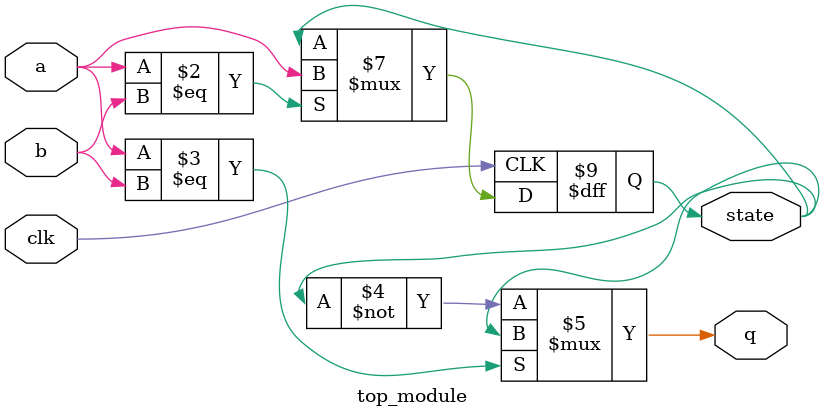
<source format=v>
module top_module (
    input clk,
    input a,
    input b,
    output q,
    output state  );

    always@(posedge clk) begin
        if(a==b)
            state <= a;
        else
            state <= state;
    end
    
    assign	q = (a==b)?state:(~state);
    
endmodule
</source>
